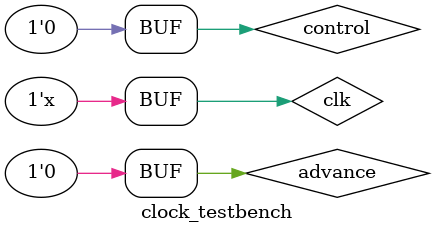
<source format=v>
`timescale 1ns / 1ps


module clock_testbench;
    wire out;
    reg clk = 0;
    reg control = 1;
    reg advance = 0;
    
   clock C1(out, clk, control, advance);
    


always #5 clk = ~clk;   //flip signal every 10ns (100MHz)

initial begin
#100 control = 0;
#100 control = 1;
#100 advance = 1;
#100 advance = 0;
#50 advance = 1;
#50 advance = 0;
#100 control = 0;
    end
endmodule
</source>
